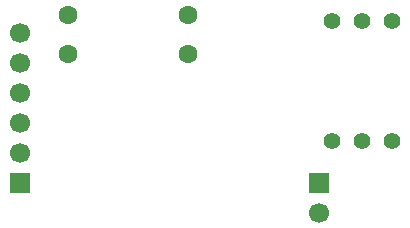
<source format=gbr>
%TF.GenerationSoftware,KiCad,Pcbnew,9.0.5*%
%TF.CreationDate,2025-12-15T00:22:42+09:00*%
%TF.ProjectId,ltc6820,6c746336-3832-4302-9e6b-696361645f70,rev?*%
%TF.SameCoordinates,Original*%
%TF.FileFunction,Soldermask,Bot*%
%TF.FilePolarity,Negative*%
%FSLAX46Y46*%
G04 Gerber Fmt 4.6, Leading zero omitted, Abs format (unit mm)*
G04 Created by KiCad (PCBNEW 9.0.5) date 2025-12-15 00:22:42*
%MOMM*%
%LPD*%
G01*
G04 APERTURE LIST*
%ADD10C,1.600000*%
%ADD11C,1.404000*%
%ADD12R,1.700000X1.700000*%
%ADD13C,1.700000*%
G04 APERTURE END LIST*
D10*
%TO.C,R5*%
X78486000Y-50800000D03*
X68326000Y-50800000D03*
%TD*%
D11*
%TO.C,T1*%
X95758000Y-48006000D03*
X93218000Y-48006000D03*
X90678000Y-48006000D03*
X90678000Y-58166000D03*
X93218000Y-58166000D03*
X95758000Y-58166000D03*
%TD*%
D12*
%TO.C,J2*%
X89595000Y-61717000D03*
D13*
X89595000Y-64257000D03*
%TD*%
D10*
%TO.C,R4*%
X78486000Y-47498000D03*
X68326000Y-47498000D03*
%TD*%
D12*
%TO.C,J1*%
X64262000Y-61722000D03*
D13*
X64262000Y-59182000D03*
X64262000Y-56642000D03*
X64262000Y-54102000D03*
X64262000Y-51562000D03*
X64262000Y-49022000D03*
%TD*%
M02*

</source>
